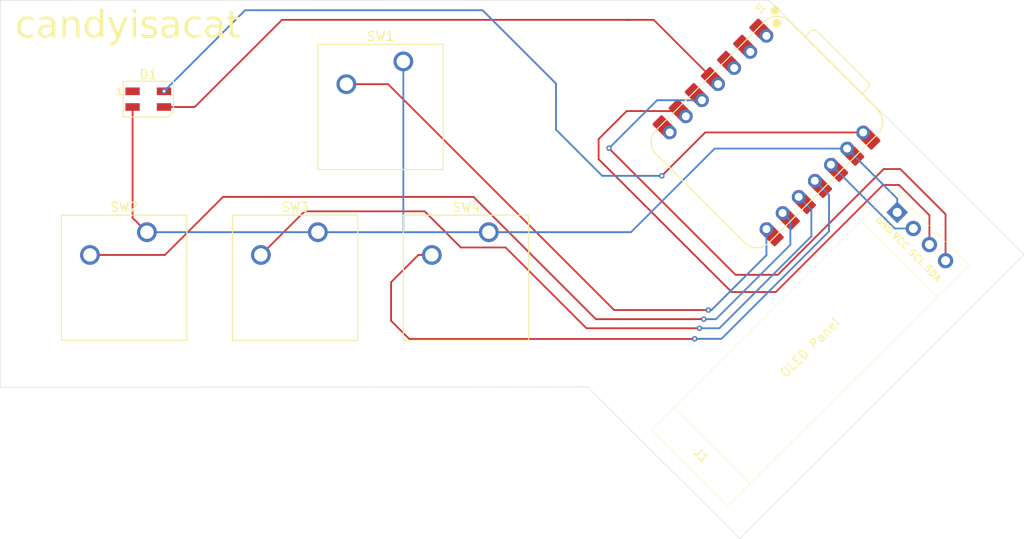
<source format=kicad_pcb>
(kicad_pcb (version 20240108) (generator "pcbnew") (generator_version "8.0")
  (layers (0 "F.Cu" signal) (31 "B.Cu" signal) (34 "B.Paste" user) (35 "F.Paste" user) (36 "B.SilkS" user "B.Silkscreen") (37 "F.SilkS" user "F.Silkscreen") (38 "B.Mask" user) (39 "F.Mask" user) (44 "Edge.Cuts" user))
  (net 0 "")
  (net 1 "+5V")
  (net 2 "Net-(D1-DIN)")
  (net 4 "GND")
  (net 5 "Net-(J1-SDA)")
  (net 6 "Net-(J1-SCL)")
  (net 7 "+3.3V")
  (net 8 "Net-(U1-GPIO1{slash}RX)")
  (net 9 "Net-(U1-GPIO2{slash}SCK)")
  (net 10 "Net-(U1-GPIO4{slash}MISO)")
  (net 11 "Net-(U1-GPIO3{slash}MOSI)")
  (footprint "LED_SMD:LED_SK6812MINI_PLCC4_3.5x3.5mm_P1.75mm" (layer "F.Cu") (at 100.32 87.235)
    (property "Reference" "D1" (at 0 -2.75 0) (layer "F.SilkS"))
    (property "Value" "SK6812MINI")
    (fp_line (start -2.8 -2) (end -2.8 2) (stroke (width 0.12)) (layer "F.SilkS"))
    (fp_line (start -2.8 -2) (end 2.8 -2) (stroke (width 0.12)) (layer "F.SilkS"))
    (fp_line (start -2.8 2) (end 2.2 2) (stroke (width 0.12)) (layer "F.SilkS"))
    (fp_line (start 2.8 1.4) (end 2.2 2) (stroke (width 0.12)) (layer "F.SilkS"))
    (fp_line (start 2.8 1.4) (end 2.8 -2) (stroke (width 0.12)) (layer "F.SilkS"))
    (fp_text user "1" (at -3.2 -0.875 0) (layer "F.SilkS") (effects (font (size 0.8 0.8))))
    (pad "1" smd rect (at -1.75 -0.875) (size 1.6 0.85) (layers "F.Cu" "F.Paste" "F.Mask"))
    (pad "2" smd rect (at -1.75 0.875) (size 1.6 0.85) (layers "F.Cu" "F.Paste" "F.Mask") (net 4 "GND"))
    (pad "3" smd rect (at 1.75 0.875) (size 1.6 0.85) (layers "F.Cu" "F.Paste" "F.Mask") (net 2 "Net-(D1-DIN)"))
    (pad "4" smd rect (at 1.75 -0.875) (size 1.6 0.85) (layers "F.Cu" "F.Paste" "F.Mask") (net 1 "+5V"))
  )
  (footprint "OPL:SSD1306-0.91-OLED-4pin-128x32" (layer "F.Cu") (at 156.427331 124.127389 45)
    (property "Reference" "J1" (at 1.9 5.91 135) (layer "F.SilkS"))
    (property "Value" "OLED_128x32")
    (fp_line (start 0 0) (end 0 11.999999) (stroke (width 0.04)) (layer "F.SilkS"))
    (fp_line (start 3.5 0) (end 3.5 12) (stroke (width 0.04)) (layer "F.SilkS"))
    (fp_line (start 0 11.999999) (end 38 12) (stroke (width 0.04)) (layer "F.SilkS"))
    (fp_line (start 33 0) (end 33 12) (stroke (width 0.04)) (layer "F.SilkS"))
    (fp_line (start 38 0) (end 0 0) (stroke (width 0.04)) (layer "F.SilkS"))
    (fp_line (start 38 12) (end 38 0) (stroke (width 0.04)) (layer "F.SilkS"))
    (fp_text user "GND" (at 34.5 2.19 135) (layer "F.SilkS") (effects (font (size 0.75 0.75))))
    (fp_text user "SCL" (at 34.5 7.27 135) (layer "F.SilkS") (effects (font (size 0.75 0.75))))
    (fp_text user "SDA" (at 34.499999 9.81 135) (layer "F.SilkS") (effects (font (size 0.75 0.75))))
    (fp_text user "VCC" (at 34.5 4.73 135) (layer "F.SilkS") (effects (font (size 0.75 0.75))))
    (fp_text user "OLED Panel" (at 19 6 45) (layer "F.SilkS"))
    (pad "1" thru_hole rect (at 36.5 2.19 45) (size 1.7 1.7) (drill 1) (layers "*.Cu" "*.Mask") (net 4 "GND"))
    (pad "2" thru_hole oval (at 36.5 4.730001 45) (size 1.7 1.7) (drill 1) (layers "*.Cu" "*.Mask") (net 7 "+3.3V"))
    (pad "3" thru_hole oval (at 36.5 7.27 45) (size 1.7 1.7) (drill 1) (layers "*.Cu" "*.Mask") (net 6 "Net-(J1-SCL)"))
    (pad "4" thru_hole oval (at 36.5 9.81 45) (size 1.7 1.7) (drill 1) (layers "*.Cu" "*.Mask") (net 5 "Net-(J1-SDA)"))
  )
  (footprint "Button_Switch_Keyboard:SW_Cherry_MX_1.00u_PCB" (layer "F.Cu") (at 100.17125 102.07625)
    (property "Reference" "SW2" (at -2.54 -2.794 0) (layer "F.SilkS"))
    (property "Value" "SW_Push")
    (fp_line (start -9.525 -1.905) (end 4.445 -1.905) (stroke (width 0.12)) (layer "F.SilkS"))
    (fp_line (start -9.525 12.065) (end -9.525 -1.905) (stroke (width 0.12)) (layer "F.SilkS"))
    (fp_line (start 4.445 -1.905) (end 4.445 12.065) (stroke (width 0.12)) (layer "F.SilkS"))
    (fp_line (start 4.445 12.065) (end -9.525 12.065) (stroke (width 0.12)) (layer "F.SilkS"))
    (pad "" np_thru_hole circle (at -7.62 5.08) (size 1.7 1.7) (drill 1.7) (layers "*.Cu" "*.Mask"))
    (pad "" np_thru_hole circle (at -2.54 5.08) (size 4 4) (drill 4) (layers "*.Cu" "*.Mask"))
    (pad "" np_thru_hole circle (at 2.54 5.08) (size 1.7 1.7) (drill 1.7) (layers "*.Cu" "*.Mask"))
    (pad "1" thru_hole circle (at 0 0) (size 2.2 2.2) (drill 1.5) (layers "*.Cu" "*.Mask") (net 4 "GND"))
    (pad "2" thru_hole circle (at -6.35 2.54) (size 2.2 2.2) (drill 1.5) (layers "*.Cu" "*.Mask") (net 9 "Net-(U1-GPIO2{slash}SCK)"))
  )
  (footprint "Button_Switch_Keyboard:SW_Cherry_MX_1.00u_PCB" (layer "F.Cu") (at 138.27125 102.07625)
    (property "Reference" "SW4" (at -2.50125 -2.76625 0) (layer "F.SilkS"))
    (property "Value" "SW_Push")
    (fp_line (start -9.525 -1.905) (end 4.445 -1.905) (stroke (width 0.12)) (layer "F.SilkS"))
    (fp_line (start -9.525 12.065) (end -9.525 -1.905) (stroke (width 0.12)) (layer "F.SilkS"))
    (fp_line (start 4.445 -1.905) (end 4.445 12.065) (stroke (width 0.12)) (layer "F.SilkS"))
    (fp_line (start 4.445 12.065) (end -9.525 12.065) (stroke (width 0.12)) (layer "F.SilkS"))
    (pad "" np_thru_hole circle (at -7.62 5.08) (size 1.7 1.7) (drill 1.7) (layers "*.Cu" "*.Mask"))
    (pad "" np_thru_hole circle (at -2.54 5.08) (size 4 4) (drill 4) (layers "*.Cu" "*.Mask"))
    (pad "" np_thru_hole circle (at 2.54 5.08) (size 1.7 1.7) (drill 1.7) (layers "*.Cu" "*.Mask"))
    (pad "1" thru_hole circle (at 0 0) (size 2.2 2.2) (drill 1.5) (layers "*.Cu" "*.Mask") (net 4 "GND"))
    (pad "2" thru_hole circle (at -6.35 2.54) (size 2.2 2.2) (drill 1.5) (layers "*.Cu" "*.Mask") (net 11 "Net-(U1-GPIO3{slash}MOSI)"))
  )
  (footprint "Button_Switch_Keyboard:SW_Cherry_MX_1.00u_PCB" (layer "F.Cu") (at 128.74625 83.02625)
    (property "Reference" "SW1" (at -2.54 -2.794 0) (layer "F.SilkS"))
    (property "Value" "SW_Push")
    (fp_line (start -9.525 -1.905) (end 4.445 -1.905) (stroke (width 0.12)) (layer "F.SilkS"))
    (fp_line (start -9.525 12.065) (end -9.525 -1.905) (stroke (width 0.12)) (layer "F.SilkS"))
    (fp_line (start 4.445 -1.905) (end 4.445 12.065) (stroke (width 0.12)) (layer "F.SilkS"))
    (fp_line (start 4.445 12.065) (end -9.525 12.065) (stroke (width 0.12)) (layer "F.SilkS"))
    (pad "" np_thru_hole circle (at -7.62 5.08) (size 1.7 1.7) (drill 1.7) (layers "*.Cu" "*.Mask"))
    (pad "" np_thru_hole circle (at -2.54 5.08) (size 4 4) (drill 4) (layers "*.Cu" "*.Mask"))
    (pad "" np_thru_hole circle (at 2.54 5.08) (size 1.7 1.7) (drill 1.7) (layers "*.Cu" "*.Mask"))
    (pad "1" thru_hole circle (at 0 0) (size 2.2 2.2) (drill 1.5) (layers "*.Cu" "*.Mask") (net 4 "GND"))
    (pad "2" thru_hole circle (at -6.35 2.54) (size 2.2 2.2) (drill 1.5) (layers "*.Cu" "*.Mask") (net 8 "Net-(U1-GPIO1{slash}RX)"))
  )
  (footprint "OPL:XIAO-RP2040-DIP" (layer "F.Cu") (at 169.214991 90.95 -45)
    (property "Reference" "U1" (at -10.235364 -9.309067 -45) (layer "F.SilkS") (effects (font (size 0.635 0.635) (thickness 0.1016))))
    (property "Value" "XIAO-RP2040-DIP")
    (fp_line (start -8.89 8.509) (end -8.89 -8.636) (stroke (width 0.127)) (layer "F.SilkS"))
    (fp_line (start -6.985 10.414) (end 6.985 10.414) (stroke (width 0.127)) (layer "F.SilkS"))
    (fp_line (start 8.89 8.509) (end 8.89 -8.636) (stroke (width 0.127)) (layer "F.SilkS"))
    (fp_line (start -4.495 -10.541001) (end -4.491272 -11.451272) (stroke (width 0.127)) (layer "F.SilkS"))
    (fp_line (start -3.991272 -11.951001) (end 4.004 -11.951001) (stroke (width 0.127)) (layer "F.SilkS"))
    (fp_line (start 4.504 -11.451) (end 4.504 -10.541001) (stroke (width 0.127)) (layer "F.SilkS"))
    (fp_line (start 6.984999 -10.541) (end -6.984999 -10.541) (stroke (width 0.1)) (layer "F.SilkS"))
    (fp_line (start 6.984999 -10.541) (end -6.984999 -10.541) (stroke (width 0.127)) (layer "F.SilkS"))
    (fp_arc (start -6.985 10.414) (mid -8.332038 9.856038) (end -8.89 8.509) (stroke (width 0.127)) (layer "F.SilkS"))
    (fp_arc (start -8.89 -8.636) (mid -8.332036 -9.983036) (end -6.984999 -10.541) (stroke (width 0.127)) (layer "F.SilkS"))
    (fp_arc (start 8.89 8.509) (mid 8.332039 9.856039) (end 6.985 10.414) (stroke (width 0.127)) (layer "F.SilkS"))
    (fp_arc (start -4.491272 -11.451272) (mid -4.344724 -11.804644) (end -3.991272 -11.951001) (stroke (width 0.127)) (layer "F.SilkS"))
    (fp_arc (start 4.004 -11.951001) (mid 4.357554 -11.804554) (end 4.504 -11.451) (stroke (width 0.127)) (layer "F.SilkS"))
    (fp_arc (start 6.984999 -10.541) (mid 8.332039 -9.983038) (end 8.89 -8.636) (stroke (width 0.127)) (layer "F.SilkS"))
    (fp_circle (center -8.95 -10.3) (end -8.95 -10.554) (stroke (width 0.5)) (fill solid) (layer "F.SilkS"))
    (fp_circle (center -7.807001 -9.42) (end -7.807001 -9.674) (stroke (width 0.5)) (fill solid) (layer "F.SilkS"))
    (pad "1" smd roundrect (at -8.455 -7.62 135) (size 2.432 1.524) (layers "F.Cu" "F.Mask") (roundrect_rratio 0.1))
    (pad "1" thru_hole circle (at -7.62 -7.62 135) (size 1.524 1.524) (drill 0.889) (layers "*.Cu" "*.Mask"))
    (pad "2" smd roundrect (at -8.455 -5.08 135) (size 2.432 1.524) (layers "F.Cu" "F.Mask") (roundrect_rratio 0.1))
    (pad "2" thru_hole circle (at -7.62 -5.08 135) (size 1.524 1.524) (drill 0.889) (layers "*.Cu" "*.Mask"))
    (pad "3" smd roundrect (at -8.455 -2.54 135) (size 2.432 1.524) (layers "F.Cu" "F.Mask") (roundrect_rratio 0.1))
    (pad "3" thru_hole circle (at -7.62 -2.54 135) (size 1.524 1.524) (drill 0.889) (layers "*.Cu" "*.Mask"))
    (pad "4" smd roundrect (at -8.455 0 135) (size 2.432 1.524) (layers "F.Cu" "F.Mask") (roundrect_rratio 0.1) (net 2 "Net-(D1-DIN)"))
    (pad "4" thru_hole circle (at -7.62 0 135) (size 1.524 1.524) (drill 0.889) (layers "*.Cu" "*.Mask") (net 2 "Net-(D1-DIN)"))
    (pad "5" smd roundrect (at -8.455 2.54 135) (size 2.432 1.524) (layers "F.Cu" "F.Mask") (roundrect_rratio 0.1) (net 5 "Net-(J1-SDA)"))
    (pad "5" thru_hole circle (at -7.62 2.54 135) (size 1.524 1.524) (drill 0.889) (layers "*.Cu" "*.Mask") (net 5 "Net-(J1-SDA)"))
    (pad "6" smd roundrect (at -8.455 5.08 135) (size 2.432 1.524) (layers "F.Cu" "F.Mask") (roundrect_rratio 0.1) (net 6 "Net-(J1-SCL)"))
    (pad "6" thru_hole circle (at -7.62 5.08 135) (size 1.524 1.524) (drill 0.889) (layers "*.Cu" "*.Mask") (net 6 "Net-(J1-SCL)"))
    (pad "7" smd roundrect (at -8.455 7.62 135) (size 2.432 1.524) (layers "F.Cu" "F.Mask") (roundrect_rratio 0.1))
    (pad "7" thru_hole circle (at -7.62 7.62 135) (size 1.524 1.524) (drill 0.889) (layers "*.Cu" "*.Mask"))
    (pad "8" thru_hole circle (at 7.62 7.62 315) (size 1.524 1.524) (drill 0.889) (layers "*.Cu" "*.Mask") (net 8 "Net-(U1-GPIO1{slash}RX)"))
    (pad "8" smd roundrect (at 8.455 7.62 315) (size 2.432 1.524) (layers "F.Cu" "F.Mask") (roundrect_rratio 0.1) (net 8 "Net-(U1-GPIO1{slash}RX)"))
    (pad "9" thru_hole circle (at 7.62 5.08 315) (size 1.524 1.524) (drill 0.889) (layers "*.Cu" "*.Mask") (net 9 "Net-(U1-GPIO2{slash}SCK)"))
    (pad "9" smd roundrect (at 8.455 5.08 315) (size 2.432 1.524) (layers "F.Cu" "F.Mask") (roundrect_rratio 0.1) (net 9 "Net-(U1-GPIO2{slash}SCK)"))
    (pad "10" thru_hole circle (at 7.62 2.54 315) (size 1.524 1.524) (drill 0.889) (layers "*.Cu" "*.Mask") (net 10 "Net-(U1-GPIO4{slash}MISO)"))
    (pad "10" smd roundrect (at 8.455 2.54 315) (size 2.432 1.524) (layers "F.Cu" "F.Mask") (roundrect_rratio 0.1) (net 10 "Net-(U1-GPIO4{slash}MISO)"))
    (pad "11" thru_hole circle (at 7.62 0 315) (size 1.524 1.524) (drill 0.889) (layers "*.Cu" "*.Mask") (net 11 "Net-(U1-GPIO3{slash}MOSI)"))
    (pad "11" smd roundrect (at 8.455 0 315) (size 2.432 1.524) (layers "F.Cu" "F.Mask") (roundrect_rratio 0.1) (net 11 "Net-(U1-GPIO3{slash}MOSI)"))
    (pad "12" thru_hole circle (at 7.62 -2.54 315) (size 1.524 1.524) (drill 0.889) (layers "*.Cu" "*.Mask") (net 7 "+3.3V"))
    (pad "12" smd roundrect (at 8.455 -2.54 315) (size 2.432 1.524) (layers "F.Cu" "F.Mask") (roundrect_rratio 0.1) (net 7 "+3.3V"))
    (pad "13" thru_hole circle (at 7.62 -5.08 315) (size 1.524 1.524) (drill 0.889) (layers "*.Cu" "*.Mask") (net 4 "GND"))
    (pad "13" smd roundrect (at 8.455 -5.08 315) (size 2.432 1.524) (layers "F.Cu" "F.Mask") (roundrect_rratio 0.1) (net 4 "GND"))
    (pad "14" thru_hole circle (at 7.62 -7.62 315) (size 1.524 1.524) (drill 0.889) (layers "*.Cu" "*.Mask") (net 1 "+5V"))
    (pad "14" smd roundrect (at 8.455 -7.62 315) (size 2.432 1.524) (layers "F.Cu" "F.Mask") (roundrect_rratio 0.1) (net 1 "+5V"))
  )
  (footprint "Button_Switch_Keyboard:SW_Cherry_MX_1.00u_PCB" (layer "F.Cu") (at 119.22125 102.07625)
    (property "Reference" "SW3" (at -2.54 -2.794 0) (layer "F.SilkS"))
    (property "Value" "SW_Push")
    (fp_line (start -9.525 -1.905) (end 4.445 -1.905) (stroke (width 0.12)) (layer "F.SilkS"))
    (fp_line (start -9.525 12.065) (end -9.525 -1.905) (stroke (width 0.12)) (layer "F.SilkS"))
    (fp_line (start 4.445 -1.905) (end 4.445 12.065) (stroke (width 0.12)) (layer "F.SilkS"))
    (fp_line (start 4.445 12.065) (end -9.525 12.065) (stroke (width 0.12)) (layer "F.SilkS"))
    (pad "" np_thru_hole circle (at -7.62 5.08) (size 1.7 1.7) (drill 1.7) (layers "*.Cu" "*.Mask"))
    (pad "" np_thru_hole circle (at -2.54 5.08) (size 4 4) (drill 4) (layers "*.Cu" "*.Mask"))
    (pad "" np_thru_hole circle (at 2.54 5.08) (size 1.7 1.7) (drill 1.7) (layers "*.Cu" "*.Mask"))
    (pad "1" thru_hole circle (at 0 0) (size 2.2 2.2) (drill 1.5) (layers "*.Cu" "*.Mask") (net 4 "GND"))
    (pad "2" thru_hole circle (at -6.35 2.54) (size 2.2 2.2) (drill 1.5) (layers "*.Cu" "*.Mask") (net 10 "Net-(U1-GPIO4{slash}MISO)"))
  )
  (gr_poly (pts (xy 83.82 76.2) (xy 169.526172 76.218828) (xy 197.91 104.598561) (xy 166.232939 136.279684) (xy 149.277826 119.327174) (xy 83.82 119.38)) (stroke (width 0.05)) (fill none) (layer "Edge.Cuts"))
  (gr_text "candyisacat" (at 85.48 80.87 0) (layer "F.SilkS") (effects (font (size 3 3) (thickness 0.1)) (justify left bottom)))
  (segment (start 162.388701 90.95) (end 157.549185 95.789516) (width 0.2) (layer "F.Cu") (net 1))
  (segment (start 179.991298 90.95) (end 162.388701 90.95) (width 0.2) (layer "F.Cu") (net 1))
  (via (at 157.549185 95.789516) (size 0.6) (drill 0.3) (layers "F.Cu" "B.Cu") (net 1))
  (via (at 102.08 86.35) (size 0.6) (drill 0.3) (layers "F.Cu" "B.Cu") (net 1))
  (segment (start 145.76 85.5) (end 145.76 90.640331) (width 0.2) (layer "B.Cu") (net 1))
  (segment (start 102.08 86.35) (end 111.11 77.32) (width 0.2) (layer "B.Cu") (net 1))
  (segment (start 111.11 77.32) (end 137.58 77.32) (width 0.2) (layer "B.Cu") (net 1))
  (segment (start 150.909185 95.789516) (end 157.549185 95.789516) (width 0.2) (layer "B.Cu") (net 1))
  (segment (start 145.76 90.640331) (end 150.909185 95.789516) (width 0.2) (layer "B.Cu") (net 1))
  (segment (start 137.58 77.32) (end 145.76 85.5) (width 0.2) (layer "B.Cu") (net 1))
  (segment (start 153.7 78.39) (end 156.654991 78.39) (width 0.2) (layer "F.Cu") (net 2))
  (segment (start 156.654991 78.39) (end 163.236403 84.971412) (width 0.2) (layer "F.Cu") (net 2))
  (segment (start 102.07 88.11) (end 105.5 88.11) (width 0.2) (layer "F.Cu") (net 2))
  (segment (start 115.22 78.39) (end 153.945322 78.39) (width 0.2) (layer "F.Cu") (net 2))
  (segment (start 105.5 88.11) (end 115.22 78.39) (width 0.2) (layer "F.Cu") (net 2))
  (segment (start 98.57 88.11) (end 98.57 100.475) (width 0.2) (layer "F.Cu") (net 4))
  (segment (start 98.57 100.475) (end 100.17125 102.07625) (width 0.2) (layer "F.Cu") (net 4))
  (segment (start 178.195247 92.746051) (end 163.44265 92.746051) (width 0.2) (layer "B.Cu") (net 4))
  (segment (start 128.74625 83.02625) (end 128.74625 102.04) (width 0.2) (layer "B.Cu") (net 4))
  (segment (start 153.36375 102.07625) (end 138.27125 102.07625) (width 0.2) (layer "B.Cu") (net 4))
  (segment (start 154.112451 102.07625) (end 153.27 102.07625) (width 0.2) (layer "B.Cu") (net 4))
  (segment (start 178.195247 92.746051) (end 183.785292 98.336096) (width 0.2) (layer "B.Cu") (net 4))
  (segment (start 183.785292 98.336096) (end 183.785292 99.866555) (width 0.2) (layer "B.Cu") (net 4))
  (segment (start 163.44265 92.746051) (end 154.112451 102.07625) (width 0.2) (layer "B.Cu") (net 4))
  (segment (start 128.74625 102.04) (end 128.71 102.07625) (width 0.2) (layer "B.Cu") (net 4))
  (segment (start 119.22125 102.07625) (end 100.17125 102.07625) (width 0.2) (layer "B.Cu") (net 4))
  (segment (start 119.22125 102.07625) (end 128.71 102.07625) (width 0.2) (layer "B.Cu") (net 4))
  (segment (start 128.71 102.07625) (end 138.27125 102.07625) (width 0.2) (layer "B.Cu") (net 4))
  (segment (start 165.769991 106.83) (end 151.669991 92.73) (width 0.2) (layer "F.Cu") (net 5))
  (segment (start 182.280004 95.029996) (end 170.48 106.83) (width 0.2) (layer "F.Cu") (net 5))
  (segment (start 151.669991 92.73) (end 151.669991 92.71) (width 0.2) (layer "F.Cu") (net 5))
  (segment (start 189.173446 100.073446) (end 189.173446 105.254709) (width 0.2) (layer "F.Cu") (net 5))
  (segment (start 184.129996 95.029996) (end 189.173446 100.073446) (width 0.2) (layer "F.Cu") (net 5))
  (segment (start 170.48 106.83) (end 165.769991 106.83) (width 0.2) (layer "F.Cu") (net 5))
  (segment (start 182.269996 95.029996) (end 184.129996 95.029996) (width 0.2) (layer "F.Cu") (net 5))
  (via (at 151.669991 92.71) (size 0.6) (drill 0.3) (layers "F.Cu" "B.Cu") (net 5))
  (segment (start 151.669991 92.71) (end 157.022093 87.357898) (width 0.2) (layer "B.Cu") (net 5))
  (segment (start 157.022093 87.357898) (end 162.030786 87.357898) (width 0.2) (layer "B.Cu") (net 5))
  (segment (start 182.199507 96.810484) (end 184.000484 96.810484) (width 0.2) (layer "F.Cu") (net 6))
  (segment (start 187.377395 100.187395) (end 187.377395 103.458658) (width 0.2) (layer "F.Cu") (net 6))
  (segment (start 182.199507 96.810484) (end 170.259991 108.75) (width 0.2) (layer "F.Cu") (net 6))
  (segment (start 165.329991 108.75) (end 150.509991 93.93) (width 0.2) (layer "F.Cu") (net 6))
  (segment (start 184.000484 96.810484) (end 187.377395 100.187395) (width 0.2) (layer "F.Cu") (net 6))
  (segment (start 150.509991 93.93) (end 150.509991 91.69) (width 0.2) (layer "F.Cu") (net 6))
  (segment (start 170.259991 108.75) (end 165.329991 108.75) (width 0.2) (layer "F.Cu") (net 6))
  (segment (start 153.636476 88.563515) (end 159.644301 88.563515) (width 0.2) (layer "F.Cu") (net 6))
  (segment (start 150.509991 91.69) (end 153.636476 88.563515) (width 0.2) (layer "F.Cu") (net 6))
  (segment (start 176.399196 94.542102) (end 182.60661 100.749516) (width 0.2) (layer "B.Cu") (net 7))
  (segment (start 183.510032 101.662607) (end 185.581344 101.662607) (width 0.2) (layer "B.Cu") (net 7))
  (segment (start 182.227425 100.38) (end 183.510032 101.662607) (width 0.2) (layer "B.Cu") (net 7))
  (segment (start 162.737991 110.762) (end 154.954613 110.762) (width 0.2) (layer "F.Cu") (net 8))
  (segment (start 152.244944 110.762) (end 127.049194 85.56625) (width 0.2) (layer "F.Cu") (net 8))
  (segment (start 154.954613 110.762) (end 152.244944 110.762) (width 0.2) (layer "F.Cu") (net 8))
  (segment (start 127.049194 85.56625) (end 122.39625 85.56625) (width 0.2) (layer "F.Cu") (net 8))
  (via (at 162.737991 110.762) (size 0.6) (drill 0.3) (layers "F.Cu" "B.Cu") (net 8))
  (segment (start 169.214991 104.63371) (end 163.086701 110.762) (width 0.2) (layer "B.Cu") (net 8))
  (segment (start 169.214991 101.726307) (end 169.214991 104.63371) (width 0.2) (layer "B.Cu") (net 8))
  (segment (start 163.086701 110.762) (end 162.737991 110.762) (width 0.2) (layer "B.Cu") (net 8))
  (segment (start 108.65 98.14) (end 102.16 104.63) (width 0.2) (layer "F.Cu") (net 9))
  (segment (start 152.917669 111.778) (end 150.208 111.778) (width 0.2) (layer "F.Cu") (net 9))
  (segment (start 162.229991 111.778) (end 152.917669 111.778) (width 0.2) (layer "F.Cu") (net 9))
  (segment (start 150.208 111.778) (end 136.57 98.14) (width 0.2) (layer "F.Cu") (net 9))
  (segment (start 102.16 104.63) (end 102.14625 104.61625) (width 0.2) (layer "F.Cu") (net 9))
  (segment (start 102.14625 104.61625) (end 93.82125 104.61625) (width 0.2) (layer "F.Cu") (net 9))
  (segment (start 136.57 98.14) (end 108.65 98.14) (width 0.2) (layer "F.Cu") (net 9))
  (via (at 162.229991 111.778) (size 0.6) (drill 0.3) (layers "F.Cu" "B.Cu") (net 9))
  (segment (start 171.879185 103.480806) (end 163.581991 111.778) (width 0.2) (layer "B.Cu") (net 9))
  (segment (start 163.581991 111.778) (end 162.229991 111.778) (width 0.2) (layer "B.Cu") (net 9))
  (segment (start 171.879185 100.798399) (end 171.879185 103.480806) (width 0.2) (layer "B.Cu") (net 9))
  (segment (start 171.011042 99.930256) (end 171.879185 100.798399) (width 0.2) (layer "B.Cu") (net 9))
  (segment (start 131.12 99.75) (end 117.7375 99.75) (width 0.2) (layer "F.Cu") (net 10))
  (segment (start 149.154 112.794) (end 140.14 103.78) (width 0.2) (layer "F.Cu") (net 10))
  (segment (start 151.863669 112.794) (end 149.154 112.794) (width 0.2) (layer "F.Cu") (net 10))
  (segment (start 135.15 103.78) (end 131.12 99.75) (width 0.2) (layer "F.Cu") (net 10))
  (segment (start 117.7375 99.75) (end 112.87125 104.61625) (width 0.2) (layer "F.Cu") (net 10))
  (segment (start 161.749185 112.794) (end 151.863669 112.794) (width 0.2) (layer "F.Cu") (net 10))
  (segment (start 140.14 103.78) (end 135.15 103.78) (width 0.2) (layer "F.Cu") (net 10))
  (via (at 161.749185 112.794) (size 0.6) (drill 0.3) (layers "F.Cu" "B.Cu") (net 10))
  (segment (start 161.749185 112.794) (end 161.721991 112.794) (width 0.2) (layer "B.Cu") (net 10))
  (segment (start 163.965991 112.794) (end 161.749185 112.794) (width 0.2) (layer "B.Cu") (net 10))
  (segment (start 172.807093 98.134205) (end 174.219185 99.546297) (width 0.2) (layer "B.Cu") (net 10))
  (segment (start 174.219185 102.540806) (end 163.965991 112.794) (width 0.2) (layer "B.Cu") (net 10))
  (segment (start 174.219185 99.546297) (end 174.219185 102.540806) (width 0.2) (layer "B.Cu") (net 10))
  (segment (start 131.92125 104.61625) (end 130.41375 104.61625) (width 0.2) (layer "F.Cu") (net 11))
  (segment (start 161.193991 113.99) (end 161.213991 113.97) (width 0.2) (layer "F.Cu") (net 11))
  (segment (start 129.41 113.99) (end 161.193991 113.99) (width 0.2) (layer "F.Cu") (net 11))
  (segment (start 127.38 107.65) (end 127.38 111.96) (width 0.2) (layer "F.Cu") (net 11))
  (segment (start 127.38 111.96) (end 129.41 113.99) (width 0.2) (layer "F.Cu") (net 11))
  (segment (start 130.41375 104.61625) (end 127.38 107.65) (width 0.2) (layer "F.Cu") (net 11))
  (segment (start 161.103507 113.859516) (end 161.213991 113.97) (width 0.2) (layer "F.Cu") (net 11))
  (via (at 161.213991 113.97) (size 0.6) (drill 0.3) (layers "F.Cu" "B.Cu") (net 11))
  (segment (start 164.199991 113.97) (end 161.213991 113.97) (width 0.2) (layer "B.Cu") (net 11))
  (segment (start 176.189185 101.980806) (end 164.199991 113.97) (width 0.2) (layer "B.Cu") (net 11))
  (segment (start 174.603145 96.338154) (end 176.189185 97.924194) (width 0.2) (layer "B.Cu") (net 11))
  (segment (start 176.189185 97.924194) (end 176.189185 101.980806) (width 0.2) (layer "B.Cu") (net 11))
)
</source>
